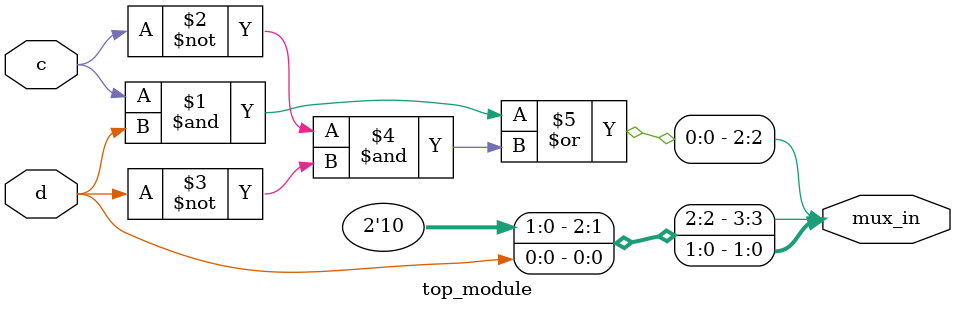
<source format=sv>
module top_module (
    input c,
    input d,
    output [3:0] mux_in
);

    assign mux_in[0] = d;                // Corresponds to cd=00 -> 1 when d=1 (irrespective of c)
    assign mux_in[1] = 0;                // Corresponds to cd=01 -> always 0
    assign mux_in[2] = c & d | ~c & ~d;  // Corresponds to cd=11 -> c and d
    assign mux_in[3] = 1;                // Corresponds to cd=10 -> always 1

endmodule

</source>
